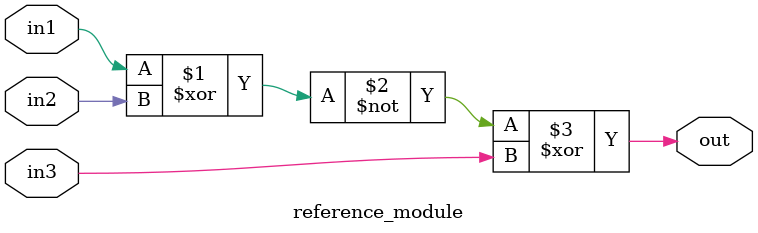
<source format=sv>
module reference_module (
	input in1,
	input in2,
	input in3,
	output logic out
);

	assign out = (~(in1 ^ in2)) ^ in3;
endmodule

</source>
